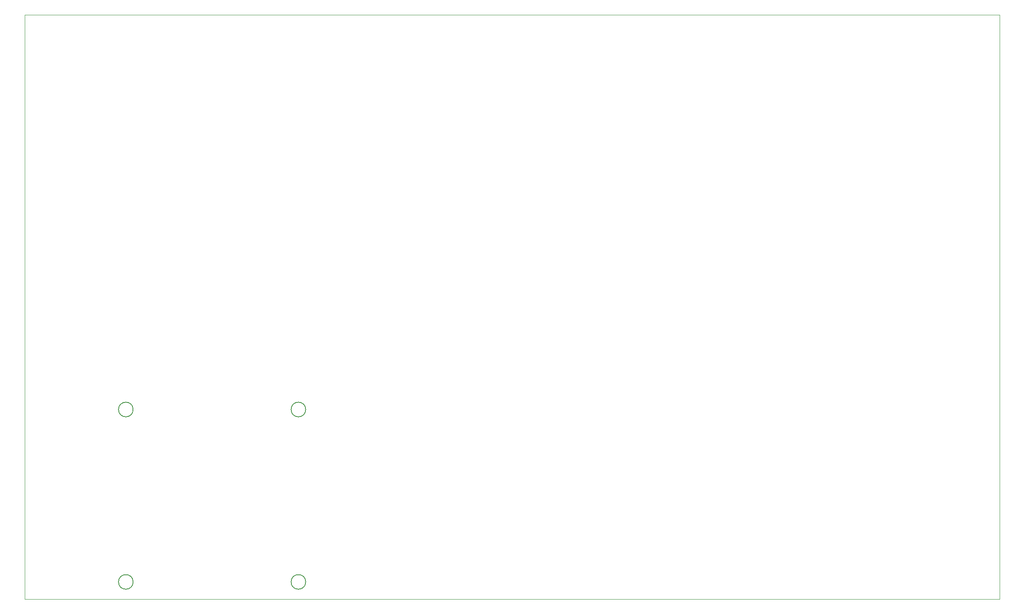
<source format=gbr>
G04 #@! TF.GenerationSoftware,KiCad,Pcbnew,5.1.5+dfsg1-2build2*
G04 #@! TF.CreationDate,2020-11-11T22:45:24+01:00*
G04 #@! TF.ProjectId,MqGateway,4d714761-7465-4776-9179-2e6b69636164,rev?*
G04 #@! TF.SameCoordinates,PX1945ba0PY17d7840*
G04 #@! TF.FileFunction,Profile,NP*
%FSLAX46Y46*%
G04 Gerber Fmt 4.6, Leading zero omitted, Abs format (unit mm)*
G04 Created by KiCad (PCBNEW 5.1.5+dfsg1-2build2) date 2020-11-11 22:45:24*
%MOMM*%
%LPD*%
G04 APERTURE LIST*
%ADD10C,0.100000*%
%ADD11C,0.200000*%
G04 APERTURE END LIST*
D10*
X200000000Y0D02*
X200000000Y-120000000D01*
X0Y0D02*
X200000000Y0D01*
X0Y-120000000D02*
X0Y0D01*
D11*
X57658000Y-116464000D02*
G75*
G03X57658000Y-116464000I-1500000J0D01*
G01*
X57658000Y-81064000D02*
G75*
G03X57658000Y-81064000I-1500000J0D01*
G01*
X22258000Y-116464000D02*
G75*
G03X22258000Y-116464000I-1500000J0D01*
G01*
X22258000Y-81064000D02*
G75*
G03X22258000Y-81064000I-1500000J0D01*
G01*
D10*
X0Y-120000000D02*
X200000000Y-120000000D01*
M02*

</source>
